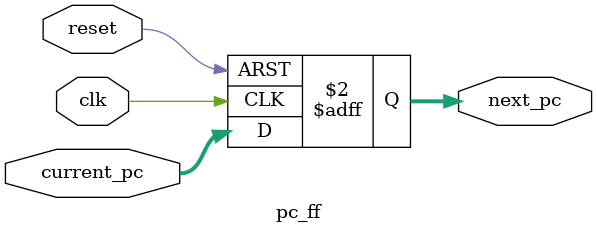
<source format=sv>
/*
 * This module represents the PC register.
 *
 * Parameters:
 *     N           - number of bits.
 *
 * Params
 * 	clk        - clock.
 *    reset      - reset signal.
 *    current_pc - current PC dir.
 *
 * Outputs
 *    next_pc    - next PC.
 */
module pc_ff #(parameter N=32)
              (input  logic clk, reset,
               input  logic [N-1:0] current_pc,
               output logic [N-1:0] next_pc);

always_ff @(posedge clk, posedge reset)
	if (reset) next_pc <= 0;
	else next_pc <= current_pc;

endmodule // pc_ff

</source>
